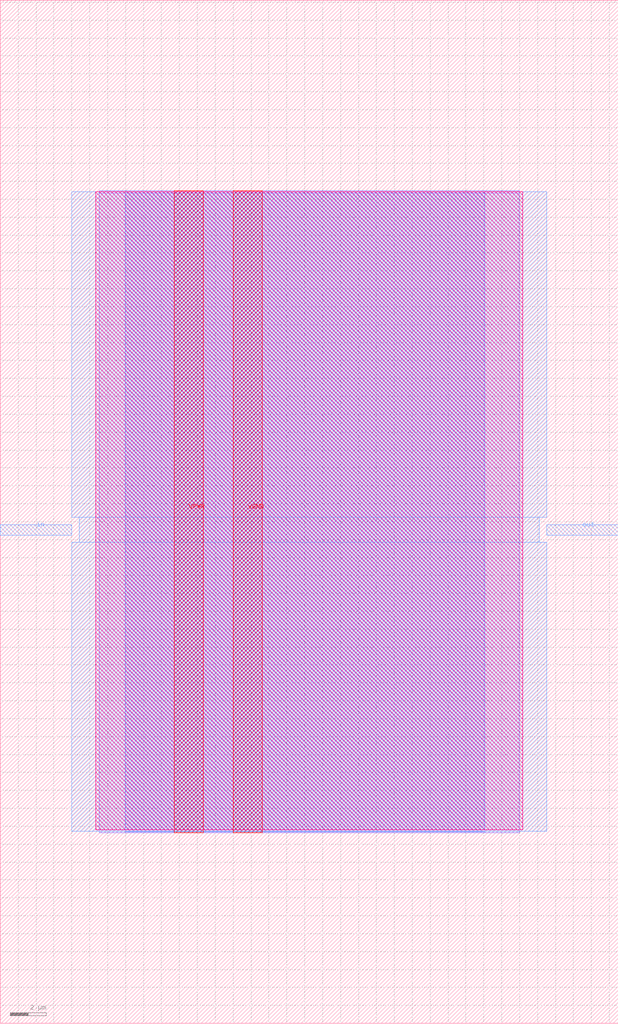
<source format=lef>
VERSION 5.7 ;
  NOWIREEXTENSIONATPIN ON ;
  DIVIDERCHAR "/" ;
  BUSBITCHARS "[]" ;
MACRO inverter
  CLASS BLOCK ;
  FOREIGN inverter ;
  ORIGIN 0.000 0.000 ;
  SIZE 34.500 BY 57.120 ;
  PIN VGND
    DIRECTION INOUT ;
    USE GROUND ;
    PORT
      LAYER met4 ;
        RECT 13.020 10.640 14.620 46.480 ;
    END
  END VGND
  PIN VPWR
    DIRECTION INOUT ;
    USE POWER ;
    PORT
      LAYER met4 ;
        RECT 9.720 10.640 11.320 46.480 ;
    END
  END VPWR
  PIN in
    DIRECTION INPUT ;
    USE SIGNAL ;
    ANTENNAGATEAREA 0.196500 ;
    PORT
      LAYER met3 ;
        RECT 0.000 27.240 4.000 27.840 ;
    END
  END in
  PIN out
    DIRECTION OUTPUT ;
    USE SIGNAL ;
    ANTENNADIFFAREA 0.445500 ;
    PORT
      LAYER met3 ;
        RECT 30.500 27.240 34.500 27.840 ;
    END
  END out
  OBS
      LAYER nwell ;
        RECT 5.330 10.795 29.170 46.430 ;
      LAYER li1 ;
        RECT 5.520 10.795 28.980 46.325 ;
      LAYER met1 ;
        RECT 5.520 10.640 28.980 46.480 ;
      LAYER met2 ;
        RECT 6.990 10.695 27.050 46.425 ;
      LAYER met3 ;
        RECT 4.000 28.240 30.500 46.405 ;
        RECT 4.400 26.840 30.100 28.240 ;
        RECT 4.000 10.715 30.500 26.840 ;
  END
END inverter
END LIBRARY


</source>
